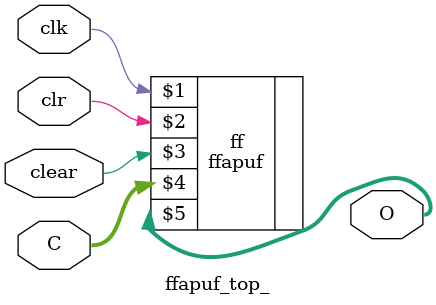
<source format=v>
`timescale 1ns / 1ps


module ffapuf_top_(
    input clk,
    input clr,
    input clear,
    input [31:0]C,
    output [31:0]O
    );
    
   ffapuf ff(clk,clr,clear,C,O[31:0]);
endmodule

</source>
